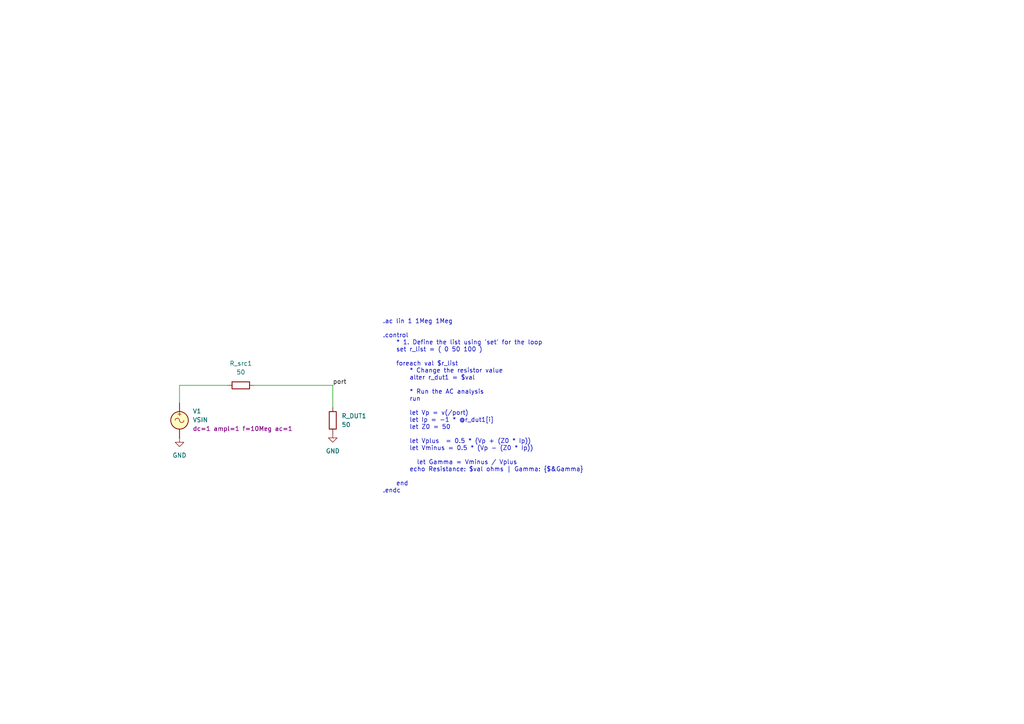
<source format=kicad_sch>
(kicad_sch
	(version 20250114)
	(generator "eeschema")
	(generator_version "9.0")
	(uuid "5f562447-411f-4628-9ea8-70f511d45919")
	(paper "A4")
	(lib_symbols
		(symbol "Device:R"
			(pin_numbers
				(hide yes)
			)
			(pin_names
				(offset 0)
			)
			(exclude_from_sim no)
			(in_bom yes)
			(on_board yes)
			(property "Reference" "R"
				(at 2.032 0 90)
				(effects
					(font
						(size 1.27 1.27)
					)
				)
			)
			(property "Value" "R"
				(at 0 0 90)
				(effects
					(font
						(size 1.27 1.27)
					)
				)
			)
			(property "Footprint" ""
				(at -1.778 0 90)
				(effects
					(font
						(size 1.27 1.27)
					)
					(hide yes)
				)
			)
			(property "Datasheet" "~"
				(at 0 0 0)
				(effects
					(font
						(size 1.27 1.27)
					)
					(hide yes)
				)
			)
			(property "Description" "Resistor"
				(at 0 0 0)
				(effects
					(font
						(size 1.27 1.27)
					)
					(hide yes)
				)
			)
			(property "ki_keywords" "R res resistor"
				(at 0 0 0)
				(effects
					(font
						(size 1.27 1.27)
					)
					(hide yes)
				)
			)
			(property "ki_fp_filters" "R_*"
				(at 0 0 0)
				(effects
					(font
						(size 1.27 1.27)
					)
					(hide yes)
				)
			)
			(symbol "R_0_1"
				(rectangle
					(start -1.016 -2.54)
					(end 1.016 2.54)
					(stroke
						(width 0.254)
						(type default)
					)
					(fill
						(type none)
					)
				)
			)
			(symbol "R_1_1"
				(pin passive line
					(at 0 3.81 270)
					(length 1.27)
					(name "~"
						(effects
							(font
								(size 1.27 1.27)
							)
						)
					)
					(number "1"
						(effects
							(font
								(size 1.27 1.27)
							)
						)
					)
				)
				(pin passive line
					(at 0 -3.81 90)
					(length 1.27)
					(name "~"
						(effects
							(font
								(size 1.27 1.27)
							)
						)
					)
					(number "2"
						(effects
							(font
								(size 1.27 1.27)
							)
						)
					)
				)
			)
			(embedded_fonts no)
		)
		(symbol "Simulation_SPICE:VSIN"
			(pin_numbers
				(hide yes)
			)
			(pin_names
				(offset 0.0254)
			)
			(exclude_from_sim no)
			(in_bom yes)
			(on_board yes)
			(property "Reference" "V"
				(at 2.54 2.54 0)
				(effects
					(font
						(size 1.27 1.27)
					)
					(justify left)
				)
			)
			(property "Value" "VSIN"
				(at 2.54 0 0)
				(effects
					(font
						(size 1.27 1.27)
					)
					(justify left)
				)
			)
			(property "Footprint" ""
				(at 0 0 0)
				(effects
					(font
						(size 1.27 1.27)
					)
					(hide yes)
				)
			)
			(property "Datasheet" "https://ngspice.sourceforge.io/docs/ngspice-html-manual/manual.xhtml#sec_Independent_Sources_for"
				(at 0 0 0)
				(effects
					(font
						(size 1.27 1.27)
					)
					(hide yes)
				)
			)
			(property "Description" "Voltage source, sinusoidal"
				(at 0 0 0)
				(effects
					(font
						(size 1.27 1.27)
					)
					(hide yes)
				)
			)
			(property "Sim.Pins" "1=+ 2=-"
				(at 0 0 0)
				(effects
					(font
						(size 1.27 1.27)
					)
					(hide yes)
				)
			)
			(property "Sim.Params" "dc=0 ampl=1 f=1k ac=1"
				(at 2.54 -2.54 0)
				(effects
					(font
						(size 1.27 1.27)
					)
					(justify left)
				)
			)
			(property "Sim.Type" "SIN"
				(at 0 0 0)
				(effects
					(font
						(size 1.27 1.27)
					)
					(hide yes)
				)
			)
			(property "Sim.Device" "V"
				(at 0 0 0)
				(effects
					(font
						(size 1.27 1.27)
					)
					(justify left)
					(hide yes)
				)
			)
			(property "ki_keywords" "simulation ac vac"
				(at 0 0 0)
				(effects
					(font
						(size 1.27 1.27)
					)
					(hide yes)
				)
			)
			(symbol "VSIN_0_0"
				(arc
					(start -1.27 0)
					(mid -0.635 0.6323)
					(end 0 0)
					(stroke
						(width 0)
						(type default)
					)
					(fill
						(type none)
					)
				)
				(arc
					(start 1.27 0)
					(mid 0.635 -0.6323)
					(end 0 0)
					(stroke
						(width 0)
						(type default)
					)
					(fill
						(type none)
					)
				)
				(text "+"
					(at 0 1.905 0)
					(effects
						(font
							(size 1.27 1.27)
						)
					)
				)
			)
			(symbol "VSIN_0_1"
				(circle
					(center 0 0)
					(radius 2.54)
					(stroke
						(width 0.254)
						(type default)
					)
					(fill
						(type background)
					)
				)
			)
			(symbol "VSIN_1_1"
				(pin passive line
					(at 0 5.08 270)
					(length 2.54)
					(name "~"
						(effects
							(font
								(size 1.27 1.27)
							)
						)
					)
					(number "1"
						(effects
							(font
								(size 1.27 1.27)
							)
						)
					)
				)
				(pin passive line
					(at 0 -5.08 90)
					(length 2.54)
					(name "~"
						(effects
							(font
								(size 1.27 1.27)
							)
						)
					)
					(number "2"
						(effects
							(font
								(size 1.27 1.27)
							)
						)
					)
				)
			)
			(embedded_fonts no)
		)
		(symbol "power:GND"
			(power)
			(pin_numbers
				(hide yes)
			)
			(pin_names
				(offset 0)
				(hide yes)
			)
			(exclude_from_sim no)
			(in_bom yes)
			(on_board yes)
			(property "Reference" "#PWR"
				(at 0 -6.35 0)
				(effects
					(font
						(size 1.27 1.27)
					)
					(hide yes)
				)
			)
			(property "Value" "GND"
				(at 0 -3.81 0)
				(effects
					(font
						(size 1.27 1.27)
					)
				)
			)
			(property "Footprint" ""
				(at 0 0 0)
				(effects
					(font
						(size 1.27 1.27)
					)
					(hide yes)
				)
			)
			(property "Datasheet" ""
				(at 0 0 0)
				(effects
					(font
						(size 1.27 1.27)
					)
					(hide yes)
				)
			)
			(property "Description" "Power symbol creates a global label with name \"GND\" , ground"
				(at 0 0 0)
				(effects
					(font
						(size 1.27 1.27)
					)
					(hide yes)
				)
			)
			(property "ki_keywords" "global power"
				(at 0 0 0)
				(effects
					(font
						(size 1.27 1.27)
					)
					(hide yes)
				)
			)
			(symbol "GND_0_1"
				(polyline
					(pts
						(xy 0 0) (xy 0 -1.27) (xy 1.27 -1.27) (xy 0 -2.54) (xy -1.27 -1.27) (xy 0 -1.27)
					)
					(stroke
						(width 0)
						(type default)
					)
					(fill
						(type none)
					)
				)
			)
			(symbol "GND_1_1"
				(pin power_in line
					(at 0 0 270)
					(length 0)
					(name "~"
						(effects
							(font
								(size 1.27 1.27)
							)
						)
					)
					(number "1"
						(effects
							(font
								(size 1.27 1.27)
							)
						)
					)
				)
			)
			(embedded_fonts no)
		)
	)
	(text ".ac lin 1 1Meg 1Meg\n\n.control\n    * 1. Define the list using 'set' for the loop\n    set r_list = ( 0 50 100 )\n    \n    foreach val $r_list\n        * Change the resistor value\n        alter r_dut1 = $val\n        \n        * Run the AC analysis\n        run\n        \n        let Vp = v(/port)\n        let Ip = -1 * @r_dut1[i]\n        let Z0 = 50\n        \n        let Vplus  = 0.5 * (Vp + (Z0 * Ip))\n        let Vminus = 0.5 * (Vp - (Z0 * Ip))\n        \n		let Gamma = Vminus / Vplus\n        echo Resistance: $val ohms | Gamma: {$&Gamma}\n\n    end\n.endc"
		(exclude_from_sim no)
		(at 110.998 117.856 0)
		(effects
			(font
				(size 1.27 1.27)
			)
			(justify left)
		)
		(uuid "50ee447c-32d2-41ea-8ea9-1417f94fb1b6")
	)
	(wire
		(pts
			(xy 52.07 111.76) (xy 66.04 111.76)
		)
		(stroke
			(width 0)
			(type default)
		)
		(uuid "29dd8b21-5c4f-4b2e-909d-76fe5c8c9ff0")
	)
	(wire
		(pts
			(xy 73.66 111.76) (xy 96.52 111.76)
		)
		(stroke
			(width 0)
			(type default)
		)
		(uuid "2e6e5c15-8756-4273-8d85-4413329734ef")
	)
	(wire
		(pts
			(xy 96.52 111.76) (xy 96.52 118.11)
		)
		(stroke
			(width 0)
			(type default)
		)
		(uuid "64ae1dc4-533c-4f03-ae14-a60462e5b2b2")
	)
	(wire
		(pts
			(xy 52.07 116.84) (xy 52.07 111.76)
		)
		(stroke
			(width 0)
			(type default)
		)
		(uuid "7f03be6b-5dc9-4eb4-a0a5-0e83af12dd79")
	)
	(label "port"
		(at 96.52 111.76 0)
		(effects
			(font
				(size 1.27 1.27)
			)
			(justify left bottom)
		)
		(uuid "e9d25140-4a91-4027-a315-3530f691ae36")
	)
	(symbol
		(lib_id "power:GND")
		(at 52.07 127 0)
		(unit 1)
		(exclude_from_sim no)
		(in_bom yes)
		(on_board yes)
		(dnp no)
		(fields_autoplaced yes)
		(uuid "a7e88138-7eea-49fa-9ac8-695a92d54c21")
		(property "Reference" "#PWR01"
			(at 52.07 133.35 0)
			(effects
				(font
					(size 1.27 1.27)
				)
				(hide yes)
			)
		)
		(property "Value" "GND"
			(at 52.07 132.08 0)
			(effects
				(font
					(size 1.27 1.27)
				)
			)
		)
		(property "Footprint" ""
			(at 52.07 127 0)
			(effects
				(font
					(size 1.27 1.27)
				)
				(hide yes)
			)
		)
		(property "Datasheet" ""
			(at 52.07 127 0)
			(effects
				(font
					(size 1.27 1.27)
				)
				(hide yes)
			)
		)
		(property "Description" "Power symbol creates a global label with name \"GND\" , ground"
			(at 52.07 127 0)
			(effects
				(font
					(size 1.27 1.27)
				)
				(hide yes)
			)
		)
		(pin "1"
			(uuid "ba85ce30-7a63-4c43-b338-ebac80836fbf")
		)
		(instances
			(project ""
				(path "/5f562447-411f-4628-9ea8-70f511d45919"
					(reference "#PWR01")
					(unit 1)
				)
			)
		)
	)
	(symbol
		(lib_id "Device:R")
		(at 69.85 111.76 90)
		(unit 1)
		(exclude_from_sim no)
		(in_bom yes)
		(on_board yes)
		(dnp no)
		(fields_autoplaced yes)
		(uuid "c0d0ba35-49fc-4e2d-81b0-35f28e3c6da0")
		(property "Reference" "R_src1"
			(at 69.85 105.41 90)
			(effects
				(font
					(size 1.27 1.27)
				)
			)
		)
		(property "Value" "50"
			(at 69.85 107.95 90)
			(effects
				(font
					(size 1.27 1.27)
				)
			)
		)
		(property "Footprint" ""
			(at 69.85 113.538 90)
			(effects
				(font
					(size 1.27 1.27)
				)
				(hide yes)
			)
		)
		(property "Datasheet" "~"
			(at 69.85 111.76 0)
			(effects
				(font
					(size 1.27 1.27)
				)
				(hide yes)
			)
		)
		(property "Description" "Resistor"
			(at 69.85 111.76 0)
			(effects
				(font
					(size 1.27 1.27)
				)
				(hide yes)
			)
		)
		(pin "1"
			(uuid "791b13c9-d2de-4fa3-992f-5c64ac025066")
		)
		(pin "2"
			(uuid "30ea3f7c-6cd3-4c87-815c-3cc2a7976ac7")
		)
		(instances
			(project ""
				(path "/5f562447-411f-4628-9ea8-70f511d45919"
					(reference "R_src1")
					(unit 1)
				)
			)
		)
	)
	(symbol
		(lib_id "Simulation_SPICE:VSIN")
		(at 52.07 121.92 0)
		(unit 1)
		(exclude_from_sim no)
		(in_bom yes)
		(on_board yes)
		(dnp no)
		(fields_autoplaced yes)
		(uuid "dd6dc635-1a8c-49a0-93c1-d739e16645e0")
		(property "Reference" "V1"
			(at 55.88 119.2501 0)
			(effects
				(font
					(size 1.27 1.27)
				)
				(justify left)
			)
		)
		(property "Value" "VSIN"
			(at 55.88 121.7901 0)
			(effects
				(font
					(size 1.27 1.27)
				)
				(justify left)
			)
		)
		(property "Footprint" ""
			(at 52.07 121.92 0)
			(effects
				(font
					(size 1.27 1.27)
				)
				(hide yes)
			)
		)
		(property "Datasheet" "https://ngspice.sourceforge.io/docs/ngspice-html-manual/manual.xhtml#sec_Independent_Sources_for"
			(at 52.07 121.92 0)
			(effects
				(font
					(size 1.27 1.27)
				)
				(hide yes)
			)
		)
		(property "Description" "Voltage source, sinusoidal"
			(at 52.07 121.92 0)
			(effects
				(font
					(size 1.27 1.27)
				)
				(hide yes)
			)
		)
		(property "Sim.Pins" "1=+ 2=-"
			(at 52.07 121.92 0)
			(effects
				(font
					(size 1.27 1.27)
				)
				(hide yes)
			)
		)
		(property "Sim.Params" "dc=1 ampl=1 f=10Meg ac=1"
			(at 55.88 124.3301 0)
			(effects
				(font
					(size 1.27 1.27)
				)
				(justify left)
			)
		)
		(property "Sim.Type" "SIN"
			(at 52.07 121.92 0)
			(effects
				(font
					(size 1.27 1.27)
				)
				(hide yes)
			)
		)
		(property "Sim.Device" "V"
			(at 52.07 121.92 0)
			(effects
				(font
					(size 1.27 1.27)
				)
				(justify left)
				(hide yes)
			)
		)
		(pin "1"
			(uuid "76cc38ae-00ee-4daa-8fc0-0e41ce62b9a6")
		)
		(pin "2"
			(uuid "6637ce44-838a-411b-8aaa-e86a6866177a")
		)
		(instances
			(project ""
				(path "/5f562447-411f-4628-9ea8-70f511d45919"
					(reference "V1")
					(unit 1)
				)
			)
		)
	)
	(symbol
		(lib_id "Device:R")
		(at 96.52 121.92 180)
		(unit 1)
		(exclude_from_sim no)
		(in_bom yes)
		(on_board yes)
		(dnp no)
		(fields_autoplaced yes)
		(uuid "e6f8381e-c346-4fd0-90d6-4bd5cb1ee262")
		(property "Reference" "R_DUT1"
			(at 99.06 120.6499 0)
			(effects
				(font
					(size 1.27 1.27)
				)
				(justify right)
			)
		)
		(property "Value" "50"
			(at 99.06 123.1899 0)
			(effects
				(font
					(size 1.27 1.27)
				)
				(justify right)
			)
		)
		(property "Footprint" ""
			(at 98.298 121.92 90)
			(effects
				(font
					(size 1.27 1.27)
				)
				(hide yes)
			)
		)
		(property "Datasheet" "~"
			(at 96.52 121.92 0)
			(effects
				(font
					(size 1.27 1.27)
				)
				(hide yes)
			)
		)
		(property "Description" "Resistor"
			(at 96.52 121.92 0)
			(effects
				(font
					(size 1.27 1.27)
				)
				(hide yes)
			)
		)
		(pin "1"
			(uuid "dcbc946c-0841-4e1f-a305-d1948e440bef")
		)
		(pin "2"
			(uuid "ec118836-c446-4daa-a273-09d3ac6f5227")
		)
		(instances
			(project "oneport-vna"
				(path "/5f562447-411f-4628-9ea8-70f511d45919"
					(reference "R_DUT1")
					(unit 1)
				)
			)
		)
	)
	(symbol
		(lib_id "power:GND")
		(at 96.52 125.73 0)
		(unit 1)
		(exclude_from_sim no)
		(in_bom yes)
		(on_board yes)
		(dnp no)
		(fields_autoplaced yes)
		(uuid "edf5198e-dbd9-4808-ab5b-b601761cdae3")
		(property "Reference" "#PWR02"
			(at 96.52 132.08 0)
			(effects
				(font
					(size 1.27 1.27)
				)
				(hide yes)
			)
		)
		(property "Value" "GND"
			(at 96.52 130.81 0)
			(effects
				(font
					(size 1.27 1.27)
				)
			)
		)
		(property "Footprint" ""
			(at 96.52 125.73 0)
			(effects
				(font
					(size 1.27 1.27)
				)
				(hide yes)
			)
		)
		(property "Datasheet" ""
			(at 96.52 125.73 0)
			(effects
				(font
					(size 1.27 1.27)
				)
				(hide yes)
			)
		)
		(property "Description" "Power symbol creates a global label with name \"GND\" , ground"
			(at 96.52 125.73 0)
			(effects
				(font
					(size 1.27 1.27)
				)
				(hide yes)
			)
		)
		(pin "1"
			(uuid "6f9a0bed-5777-420e-9a08-4cc5680d8395")
		)
		(instances
			(project "oneport-vna"
				(path "/5f562447-411f-4628-9ea8-70f511d45919"
					(reference "#PWR02")
					(unit 1)
				)
			)
		)
	)
	(sheet_instances
		(path "/"
			(page "1")
		)
	)
	(embedded_fonts no)
)

</source>
